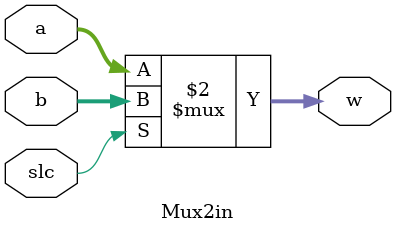
<source format=v>
module Mux2in(a, b, slc, w);
    parameter N = 4;
    input [N - 1:0] a, b;
    input slc;
    output [N - 1:0] w;

    assign w = ~slc ? a : b;
endmodule
</source>
